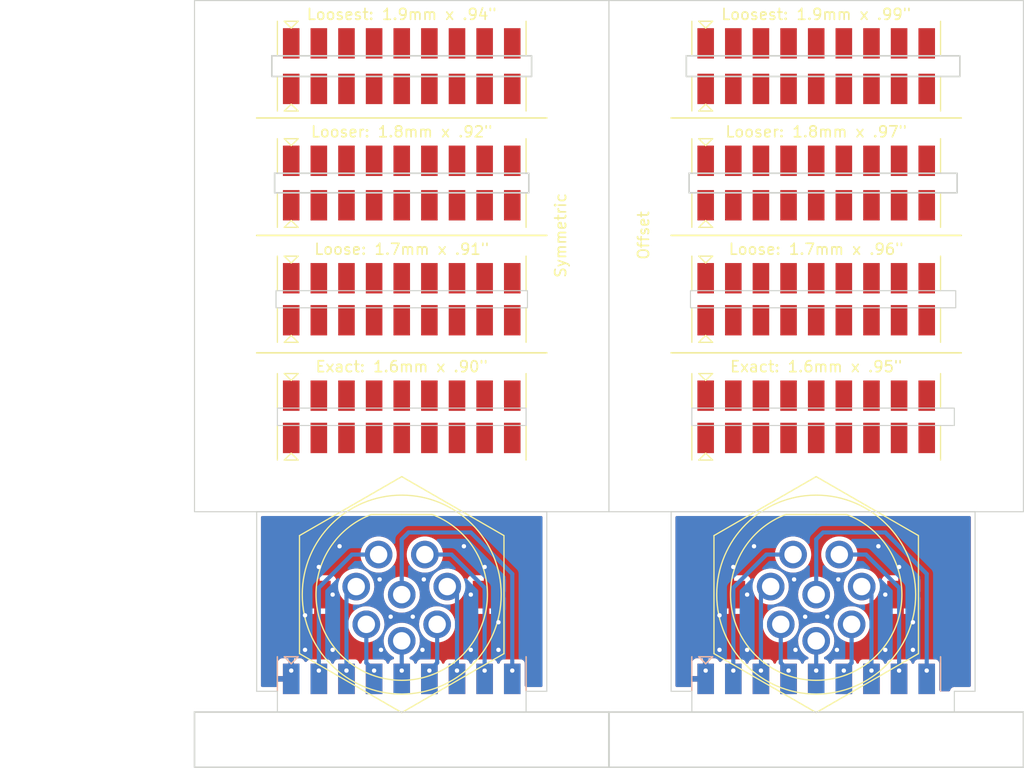
<source format=kicad_pcb>
(kicad_pcb (version 20221018) (generator pcbnew)
  (layers (0 "F.Cu" signal) (31 "B.Cu" signal) (34 "B.Paste" user) (35 "F.Paste" user) (36 "B.SilkS" user "B.Silkscreen") (37 "F.SilkS" user "F.Silkscreen") (38 "B.Mask" user) (39 "F.Mask" user) (44 "Edge.Cuts" user))
  (net 0 "")
  (net 1 "Net-(J1-Pad1)")
  (net 2 "Net-(J1-Pad2)")
  (net 3 "Net-(J1-Pad3)")
  (net 4 "Net-(J1-Pad4)")
  (net 5 "Net-(J1-Pad5)")
  (net 6 "Net-(J1-Pad6)")
  (net 7 "Net-(J1-Pad7)")
  (net 8 "Net-(J1-Pad8)")
  (net 81 "Net-(J1-PadMP)")
  (net 82 "Net-(J12-Pad1)")
  (net 83 "Net-(J12-Pad2)")
  (net 84 "Net-(J12-Pad3)")
  (net 85 "Net-(J12-Pad4)")
  (net 86 "Net-(J12-Pad5)")
  (net 87 "Net-(J12-Pad6)")
  (net 88 "Net-(J12-Pad7)")
  (net 89 "Net-(J12-Pad8)")
  (net 90 "Net-(J12-PadMP)")
  (footprint "Libraries:Conn_GX16-8_8pin_Aviation" (layer "F.Cu") (at 120.65 82.55)
    (fp_text reference "J1" hide)
    (fp_text value "GX16-8P" hide)
    (fp_line (start -9.398 5.42544) (end -9.398 -5.42544) (stroke (width 0.12)) (layer "F.SilkS"))
    (fp_line (start -9.398 5.42544) (end 0 10.8458) (stroke (width 0.12)) (layer "F.SilkS"))
    (fp_line (start 0 -10.8458) (end -9.398 -5.42544) (stroke (width 0.12)) (layer "F.SilkS"))
    (fp_line (start 0 -10.8458) (end 9.398 -5.42544) (stroke (width 0.12)) (layer "F.SilkS"))
    (fp_line (start 0 -7.366) (end -2.794 -7.366) (stroke (width 0.12)) (layer "F.SilkS"))
    (fp_line (start 0 -7.366) (end 2.794 -7.366) (stroke (width 0.12)) (layer "F.SilkS"))
    (fp_line (start 0 10.8458) (end 9.398 5.42544) (stroke (width 0.12)) (layer "F.SilkS"))
    (fp_line (start 9.398 5.42544) (end 9.398 -5.42544) (stroke (width 0.12)) (layer "F.SilkS"))
    (fp_arc (start -2.794 7.365999) (mid -7.878095 0) (end -2.794 -7.365999) (stroke (width 0.12)) (layer "F.SilkS"))
    (fp_arc (start 2.794 -7.365999) (mid 7.878095 0) (end 2.794 7.365999) (stroke (width 0.12)) (layer "F.SilkS"))
    (fp_arc (start 2.794 7.365998) (mid 0 7.878094) (end -2.794 7.365998) (stroke (width 0.12)) (layer "F.SilkS"))
    (fp_circle (center 0 0) (end 9.144 0) (stroke (width 0.12)) (fill none) (layer "F.SilkS"))
    (pad "1" thru_hole circle (at -2.125 -3.681) (size 2.54 2.54) (drill 1.6) (layers "*.Cu" "*.Mask") (net 1 "Net-(J1-Pad1)"))
    (pad "2" thru_hole circle (at -4.185 -0.738) (size 2.54 2.54) (drill 1.6) (layers "*.Cu" "*.Mask") (net 2 "Net-(J1-Pad2)"))
    (pad "3" thru_hole circle (at -3.256 2.732) (size 2.54 2.54) (drill 1.6) (layers "*.Cu" "*.Mask") (net 3 "Net-(J1-Pad3)"))
    (pad "4" thru_hole circle (at 0 4.25) (size 2.54 2.54) (drill 1.6) (layers "*.Cu" "*.Mask") (net 4 "Net-(J1-Pad4)"))
    (pad "5" thru_hole circle (at 3.256 2.732) (size 2.54 2.54) (drill 1.6) (layers "*.Cu" "*.Mask") (net 5 "Net-(J1-Pad5)"))
    (pad "6" thru_hole circle (at 4.185 -0.738) (size 2.54 2.54) (drill 1.6) (layers "*.Cu" "*.Mask") (net 6 "Net-(J1-Pad6)"))
    (pad "7" thru_hole circle (at 2.125 -3.681) (size 2.54 2.54) (drill 1.6) (layers "*.Cu" "*.Mask") (net 7 "Net-(J1-Pad7)"))
    (pad "8" thru_hole circle (at 0 0) (size 2.54 2.54) (drill 1.6) (layers "*.Cu" "*.Mask") (net 8 "Net-(J1-Pad8)"))
    (pad "MP" smd rect (at -7.8 0) (size 2.54 2.54) (layers "F.Cu" "F.Paste" "F.Mask") (net 81 "Net-(J1-PadMP)"))
    (pad "MP" smd rect (at 7.8 0) (size 2.54 2.54) (layers "F.Cu" "F.Paste" "F.Mask") (net 81 "Net-(J1-PadMP)"))
  )
  (footprint "Libraries:Conn_B2B-RA_2.54mm_9pin_LtoR" (layer "F.Cu") (at 158.75 43.815)
    (fp_text reference "J19" hide)
    (fp_text value "B2B" hide)
    (fp_line (start -11.43 0) (end -11.43 -3.175) (stroke (width 0.12)) (layer "F.SilkS"))
    (fp_line (start -10.795 -3.175) (end -10.16 -2.54) (stroke (width 0.12)) (layer "F.SilkS"))
    (fp_line (start -10.16 -2.54) (end -9.525 -3.175) (stroke (width 0.12)) (layer "F.SilkS"))
    (fp_line (start -9.525 -3.175) (end -10.795 -3.175) (stroke (width 0.12)) (layer "F.SilkS"))
    (fp_line (start 11.43 0) (end 11.43 -3.175) (stroke (width 0.12)) (layer "F.SilkS"))
    (pad "1" smd rect (at -10.16 -1.143) (size 1.524 2.794) (layers "F.Cu" "F.Paste" "F.Mask"))
    (pad "2" smd rect (at -7.62 -1.143) (size 1.524 2.794) (layers "F.Cu" "F.Paste" "F.Mask"))
    (pad "3" smd rect (at -5.08 -1.143) (size 1.524 2.794) (layers "F.Cu" "F.Paste" "F.Mask"))
    (pad "4" smd rect (at -2.54 -1.143) (size 1.524 2.794) (layers "F.Cu" "F.Paste" "F.Mask"))
    (pad "5" smd rect (at 0 -1.143) (size 1.524 2.794) (layers "F.Cu" "F.Paste" "F.Mask"))
    (pad "6" smd rect (at 2.54 -1.143) (size 1.524 2.794) (layers "F.Cu" "F.Paste" "F.Mask"))
    (pad "7" smd rect (at 5.08 -1.143) (size 1.524 2.794) (layers "F.Cu" "F.Paste" "F.Mask"))
    (pad "8" smd rect (at 7.62 -1.143) (size 1.524 2.794) (layers "F.Cu" "F.Paste" "F.Mask"))
    (pad "9" smd rect (at 10.16 -1.143) (size 1.524 2.794) (layers "F.Cu" "F.Paste" "F.Mask"))
  )
  (footprint "Libraries:Conn_B2B-RA_2.54mm_9pin_RtoL" (layer "F.Cu") (at 120.65 67.005 180)
    (fp_text reference "J5" hide)
    (fp_text value "B2B" hide)
    (fp_line (start -11.43 0) (end -11.43 -3.175) (stroke (width 0.12)) (layer "F.SilkS"))
    (fp_line (start 9.525 -3.175) (end 10.16 -2.54) (stroke (width 0.12)) (layer "F.SilkS"))
    (fp_line (start 10.16 -2.54) (end 10.795 -3.175) (stroke (width 0.12)) (layer "F.SilkS"))
    (fp_line (start 10.795 -3.175) (end 9.525 -3.175) (stroke (width 0.12)) (layer "F.SilkS"))
    (fp_line (start 11.43 0) (end 11.43 -3.175) (stroke (width 0.12)) (layer "F.SilkS"))
    (pad "1" smd rect (at 10.16 -1.143 180) (size 1.524 2.794) (layers "F.Cu" "F.Paste" "F.Mask"))
    (pad "2" smd rect (at 7.62 -1.143 180) (size 1.524 2.794) (layers "F.Cu" "F.Paste" "F.Mask"))
    (pad "3" smd rect (at 5.08 -1.143 180) (size 1.524 2.794) (layers "F.Cu" "F.Paste" "F.Mask"))
    (pad "4" smd rect (at 2.54 -1.143 180) (size 1.524 2.794) (layers "F.Cu" "F.Paste" "F.Mask"))
    (pad "5" smd rect (at 0 -1.143 180) (size 1.524 2.794) (layers "F.Cu" "F.Paste" "F.Mask"))
    (pad "6" smd rect (at -2.54 -1.143 180) (size 1.524 2.794) (layers "F.Cu" "F.Paste" "F.Mask"))
    (pad "7" smd rect (at -5.08 -1.143 180) (size 1.524 2.794) (layers "F.Cu" "F.Paste" "F.Mask"))
    (pad "8" smd rect (at -7.62 -1.143 180) (size 1.524 2.794) (layers "F.Cu" "F.Paste" "F.Mask"))
    (pad "9" smd rect (at -10.16 -1.143 180) (size 1.524 2.794) (layers "F.Cu" "F.Paste" "F.Mask"))
  )
  (footprint "Libraries:Conn_B2B-RA_2.54mm_9pin_RtoL" (layer "F.Cu") (at 120.65 56.183 180)
    (fp_text reference "J7" hide)
    (fp_text value "B2B" hide)
    (fp_line (start -11.43 0) (end -11.43 -3.175) (stroke (width 0.12)) (layer "F.SilkS"))
    (fp_line (start 9.525 -3.175) (end 10.16 -2.54) (stroke (width 0.12)) (layer "F.SilkS"))
    (fp_line (start 10.16 -2.54) (end 10.795 -3.175) (stroke (width 0.12)) (layer "F.SilkS"))
    (fp_line (start 10.795 -3.175) (end 9.525 -3.175) (stroke (width 0.12)) (layer "F.SilkS"))
    (fp_line (start 11.43 0) (end 11.43 -3.175) (stroke (width 0.12)) (layer "F.SilkS"))
    (pad "1" smd rect (at 10.16 -1.143 180) (size 1.524 2.794) (layers "F.Cu" "F.Paste" "F.Mask"))
    (pad "2" smd rect (at 7.62 -1.143 180) (size 1.524 2.794) (layers "F.Cu" "F.Paste" "F.Mask"))
    (pad "3" smd rect (at 5.08 -1.143 180) (size 1.524 2.794) (layers "F.Cu" "F.Paste" "F.Mask"))
    (pad "4" smd rect (at 2.54 -1.143 180) (size 1.524 2.794) (layers "F.Cu" "F.Paste" "F.Mask"))
    (pad "5" smd rect (at 0 -1.143 180) (size 1.524 2.794) (layers "F.Cu" "F.Paste" "F.Mask"))
    (pad "6" smd rect (at -2.54 -1.143 180) (size 1.524 2.794) (layers "F.Cu" "F.Paste" "F.Mask"))
    (pad "7" smd rect (at -5.08 -1.143 180) (size 1.524 2.794) (layers "F.Cu" "F.Paste" "F.Mask"))
    (pad "8" smd rect (at -7.62 -1.143 180) (size 1.524 2.794) (layers "F.Cu" "F.Paste" "F.Mask"))
    (pad "9" smd rect (at -10.16 -1.143 180) (size 1.524 2.794) (layers "F.Cu" "F.Paste" "F.Mask"))
  )
  (footprint "Libraries:Conn_B2B-RA_2.54mm_9pin_LtoR" (layer "F.Cu") (at 158.75 65.405)
    (fp_text reference "J15" hide)
    (fp_text value "B2B" hide)
    (fp_line (start -11.43 0) (end -11.43 -3.175) (stroke (width 0.12)) (layer "F.SilkS"))
    (fp_line (start -10.795 -3.175) (end -10.16 -2.54) (stroke (width 0.12)) (layer "F.SilkS"))
    (fp_line (start -10.16 -2.54) (end -9.525 -3.175) (stroke (width 0.12)) (layer "F.SilkS"))
    (fp_line (start -9.525 -3.175) (end -10.795 -3.175) (stroke (width 0.12)) (layer "F.SilkS"))
    (fp_line (start 11.43 0) (end 11.43 -3.175) (stroke (width 0.12)) (layer "F.SilkS"))
    (pad "1" smd rect (at -10.16 -1.143) (size 1.524 2.794) (layers "F.Cu" "F.Paste" "F.Mask"))
    (pad "2" smd rect (at -7.62 -1.143) (size 1.524 2.794) (layers "F.Cu" "F.Paste" "F.Mask"))
    (pad "3" smd rect (at -5.08 -1.143) (size 1.524 2.794) (layers "F.Cu" "F.Paste" "F.Mask"))
    (pad "4" smd rect (at -2.54 -1.143) (size 1.524 2.794) (layers "F.Cu" "F.Paste" "F.Mask"))
    (pad "5" smd rect (at 0 -1.143) (size 1.524 2.794) (layers "F.Cu" "F.Paste" "F.Mask"))
    (pad "6" smd rect (at 2.54 -1.143) (size 1.524 2.794) (layers "F.Cu" "F.Paste" "F.Mask"))
    (pad "7" smd rect (at 5.08 -1.143) (size 1.524 2.794) (layers "F.Cu" "F.Paste" "F.Mask"))
    (pad "8" smd rect (at 7.62 -1.143) (size 1.524 2.794) (layers "F.Cu" "F.Paste" "F.Mask"))
    (pad "9" smd rect (at 10.16 -1.143) (size 1.524 2.794) (layers "F.Cu" "F.Paste" "F.Mask"))
  )
  (footprint "Libraries:Conn_B2B-RA_2.54mm_9pin_LtoR" (layer "F.Cu") (at 158.75 33.02)
    (fp_text reference "J21" hide)
    (fp_text value "B2B" hide)
    (fp_line (start -11.43 0) (end -11.43 -3.175) (stroke (width 0.12)) (layer "F.SilkS"))
    (fp_line (start -10.795 -3.175) (end -10.16 -2.54) (stroke (width 0.12)) (layer "F.SilkS"))
    (fp_line (start -10.16 -2.54) (end -9.525 -3.175) (stroke (width 0.12)) (layer "F.SilkS"))
    (fp_line (start -9.525 -3.175) (end -10.795 -3.175) (stroke (width 0.12)) (layer "F.SilkS"))
    (fp_line (start 11.43 0) (end 11.43 -3.175) (stroke (width 0.12)) (layer "F.SilkS"))
    (pad "1" smd rect (at -10.16 -1.143) (size 1.524 2.794) (layers "F.Cu" "F.Paste" "F.Mask"))
    (pad "2" smd rect (at -7.62 -1.143) (size 1.524 2.794) (layers "F.Cu" "F.Paste" "F.Mask"))
    (pad "3" smd rect (at -5.08 -1.143) (size 1.524 2.794) (layers "F.Cu" "F.Paste" "F.Mask"))
    (pad "4" smd rect (at -2.54 -1.143) (size 1.524 2.794) (layers "F.Cu" "F.Paste" "F.Mask"))
    (pad "5" smd rect (at 0 -1.143) (size 1.524 2.794) (layers "F.Cu" "F.Paste" "F.Mask"))
    (pad "6" smd rect (at 2.54 -1.143) (size 1.524 2.794) (layers "F.Cu" "F.Paste" "F.Mask"))
    (pad "7" smd rect (at 5.08 -1.143) (size 1.524 2.794) (layers "F.Cu" "F.Paste" "F.Mask"))
    (pad "8" smd rect (at 7.62 -1.143) (size 1.524 2.794) (layers "F.Cu" "F.Paste" "F.Mask"))
    (pad "9" smd rect (at 10.16 -1.143) (size 1.524 2.794) (layers "F.Cu" "F.Paste" "F.Mask"))
  )
  (footprint "Libraries:Conn_B2B-RA_2.54mm_9pin_RtoL" (layer "F.Cu") (at 120.65 34.92 180)
    (fp_text reference "J11" hide)
    (fp_text value "B2B" hide)
    (fp_line (start -11.43 0) (end -11.43 -3.175) (stroke (width 0.12)) (layer "F.SilkS"))
    (fp_line (start 9.525 -3.175) (end 10.16 -2.54) (stroke (width 0.12)) (layer "F.SilkS"))
    (fp_line (start 10.16 -2.54) (end 10.795 -3.175) (stroke (width 0.12)) (layer "F.SilkS"))
    (fp_line (start 10.795 -3.175) (end 9.525 -3.175) (stroke (width 0.12)) (layer "F.SilkS"))
    (fp_line (start 11.43 0) (end 11.43 -3.175) (stroke (width 0.12)) (layer "F.SilkS"))
    (pad "1" smd rect (at 10.16 -1.143 180) (size 1.524 2.794) (layers "F.Cu" "F.Paste" "F.Mask"))
    (pad "2" smd rect (at 7.62 -1.143 180) (size 1.524 2.794) (layers "F.Cu" "F.Paste" "F.Mask"))
    (pad "3" smd rect (at 5.08 -1.143 180) (size 1.524 2.794) (layers "F.Cu" "F.Paste" "F.Mask"))
    (pad "4" smd rect (at 2.54 -1.143 180) (size 1.524 2.794) (layers "F.Cu" "F.Paste" "F.Mask"))
    (pad "5" smd rect (at 0 -1.143 180) (size 1.524 2.794) (layers "F.Cu" "F.Paste" "F.Mask"))
    (pad "6" smd rect (at -2.54 -1.143 180) (size 1.524 2.794) (layers "F.Cu" "F.Paste" "F.Mask"))
    (pad "7" smd rect (at -5.08 -1.143 180) (size 1.524 2.794) (layers "F.Cu" "F.Paste" "F.Mask"))
    (pad "8" smd rect (at -7.62 -1.143 180) (size 1.524 2.794) (layers "F.Cu" "F.Paste" "F.Mask"))
    (pad "9" smd rect (at -10.16 -1.143 180) (size 1.524 2.794) (layers "F.Cu" "F.Paste" "F.Mask"))
  )
  (footprint "Libraries:Conn_B2B-RA_2.54mm_9pin_LtoR" (layer "F.Cu") (at 120.65 91.44)
    (fp_text reference "J2" hide)
    (fp_text value "B2B" hide)
    (fp_line (start -11.43 0) (end -11.43 -3.175) (stroke (width 0.12)) (layer "F.SilkS"))
    (fp_line (start -10.795 -3.175) (end -10.16 -2.54) (stroke (width 0.12)) (layer "F.SilkS"))
    (fp_line (start -10.16 -2.54) (end -9.525 -3.175) (stroke (width 0.12)) (layer "F.SilkS"))
    (fp_line (start -9.525 -3.175) (end -10.795 -3.175) (stroke (width 0.12)) (layer "F.SilkS"))
    (fp_line (start 11.43 0) (end 11.43 -3.175) (stroke (width 0.12)) (layer "F.SilkS"))
    (pad "1" smd rect (at -10.16 -1.143) (size 1.524 2.794) (layers "F.Cu" "F.Paste" "F.Mask") (net 81 "Net-(J1-PadMP)"))
    (pad "2" smd rect (at -7.62 -1.143) (size 1.524 2.794) (layers "F.Cu" "F.Paste" "F.Mask") (net 1 "Net-(J1-Pad1)"))
    (pad "3" smd rect (at -5.08 -1.143) (size 1.524 2.794) (layers "F.Cu" "F.Paste" "F.Mask") (net 2 "Net-(J1-Pad2)"))
    (pad "4" smd rect (at -2.54 -1.143) (size 1.524 2.794) (layers "F.Cu" "F.Paste" "F.Mask") (net 3 "Net-(J1-Pad3)"))
    (pad "5" smd rect (at 0 -1.143) (size 1.524 2.794) (layers "F.Cu" "F.Paste" "F.Mask") (net 4 "Net-(J1-Pad4)"))
    (pad "6" smd rect (at 2.54 -1.143) (size 1.524 2.794) (layers "F.Cu" "F.Paste" "F.Mask") (net 5 "Net-(J1-Pad5)"))
    (pad "7" smd rect (at 5.08 -1.143) (size 1.524 2.794) (layers "F.Cu" "F.Paste" "F.Mask") (net 6 "Net-(J1-Pad6)"))
    (pad "8" smd rect (at 7.62 -1.143) (size 1.524 2.794) (layers "F.Cu" "F.Paste" "F.Mask") (net 7 "Net-(J1-Pad7)"))
    (pad "9" smd rect (at 10.16 -1.143) (size 1.524 2.794) (layers "F.Cu" "F.Paste" "F.Mask") (net 8 "Net-(J1-Pad8)"))
  )
  (footprint "Libraries:Conn_B2B-RA_2.54mm_9pin_LtoR" (layer "F.Cu") (at 158.75 91.44)
    (fp_text reference "J13" hide)
    (fp_text value "B2B" hide)
    (fp_line (start -11.43 0) (end -11.43 -3.175) (stroke (width 0.12)) (layer "F.SilkS"))
    (fp_line (start -10.795 -3.175) (end -10.16 -2.54) (stroke (width 0.12)) (layer "F.SilkS"))
    (fp_line (start -10.16 -2.54) (end -9.525 -3.175) (stroke (width 0.12)) (layer "F.SilkS"))
    (fp_line (start -9.525 -3.175) (end -10.795 -3.175) (stroke (width 0.12)) (layer "F.SilkS"))
    (fp_line (start 11.43 0) (end 11.43 -3.175) (stroke (width 0.12)) (layer "F.SilkS"))
    (pad "1" smd rect (at -10.16 -1.143) (size 1.524 2.794) (layers "F.Cu" "F.Paste" "F.Mask") (net 90 "Net-(J12-PadMP)"))
    (pad "2" smd rect (at -7.62 -1.143) (size 1.524 2.794) (layers "F.Cu" "F.Paste" "F.Mask") (net 82 "Net-(J12-Pad1)"))
    (pad "3" smd rect (at -5.08 -1.143) (size 1.524 2.794) (layers "F.Cu" "F.Paste" "F.Mask") (net 83 "Net-(J12-Pad2)"))
    (pad "4" smd rect (at -2.54 -1.143) (size 1.524 2.794) (layers "F.Cu" "F.Paste" "F.Mask") (net 84 "Net-(J12-Pad3)"))
    (pad "5" smd rect (at 0 -1.143) (size 1.524 2.794) (layers "F.Cu" "F.Paste" "F.Mask") (net 85 "Net-(J12-Pad4)"))
    (pad "6" smd rect (at 2.54 -1.143) (size 1.524 2.794) (layers "F.Cu" "F.Paste" "F.Mask") (net 86 "Net-(J12-Pad5)"))
    (pad "7" smd rect (at 5.08 -1.143) (size 1.524 2.794) (layers "F.Cu" "F.Paste" "F.Mask") (net 87 "Net-(J12-Pad6)"))
    (pad "8" smd rect (at 7.62 -1.143) (size 1.524 2.794) (layers "F.Cu" "F.Paste" "F.Mask") (net 88 "Net-(J12-Pad7)"))
    (pad "9" smd rect (at 10.16 -1.143) (size 1.524 2.794) (layers "F.Cu" "F.Paste" "F.Mask") (net 89 "Net-(J12-Pad8)"))
  )
  (footprint "Libraries:Conn_B2B-RA_2.54mm_9pin_RtoL" (layer "F.Cu") (at 158.75 45.615 180)
    (fp_text reference "J20" hide)
    (fp_text value "B2B" hide)
    (fp_line (start -11.43 0) (end -11.43 -3.175) (stroke (width 0.12)) (layer "F.SilkS"))
    (fp_line (start 9.525 -3.175) (end 10.16 -2.54) (stroke (width 0.12)) (layer "F.SilkS"))
    (fp_line (start 10.16 -2.54) (end 10.795 -3.175) (stroke (width 0.12)) (layer "F.SilkS"))
    (fp_line (start 10.795 -3.175) (end 9.525 -3.175) (stroke (width 0.12)) (layer "F.SilkS"))
    (fp_line (start 11.43 0) (end 11.43 -3.175) (stroke (width 0.12)) (layer "F.SilkS"))
    (pad "1" smd rect (at 10.16 -1.143 180) (size 1.524 2.794) (layers "F.Cu" "F.Paste" "F.Mask"))
    (pad "2" smd rect (at 7.62 -1.143 180) (size 1.524 2.794) (layers "F.Cu" "F.Paste" "F.Mask"))
    (pad "3" smd rect (at 5.08 -1.143 180) (size 1.524 2.794) (layers "F.Cu" "F.Paste" "F.Mask"))
    (pad "4" smd rect (at 2.54 -1.143 180) (size 1.524 2.794) (layers "F.Cu" "F.Paste" "F.Mask"))
    (pad "5" smd rect (at 0 -1.143 180) (size 1.524 2.794) (layers "F.Cu" "F.Paste" "F.Mask"))
    (pad "6" smd rect (at -2.54 -1.143 180) (size 1.524 2.794) (layers "F.Cu" "F.Paste" "F.Mask"))
    (pad "7" smd rect (at -5.08 -1.143 180) (size 1.524 2.794) (layers "F.Cu" "F.Paste" "F.Mask"))
    (pad "8" smd rect (at -7.62 -1.143 180) (size 1.524 2.794) (layers "F.Cu" "F.Paste" "F.Mask"))
    (pad "9" smd rect (at -10.16 -1.143 180) (size 1.524 2.794) (layers "F.Cu" "F.Paste" "F.Mask"))
  )
  (footprint "Libraries:Conn_B2B-RA_2.54mm_9pin_LtoR" (layer "F.Cu") (at 158.75 54.61)
    (fp_text reference "J17" hide)
    (fp_text value "B2B" hide)
    (fp_line (start -11.43 0) (end -11.43 -3.175) (stroke (width 0.12)) (layer "F.SilkS"))
    (fp_line (start -10.795 -3.175) (end -10.16 -2.54) (stroke (width 0.12)) (layer "F.SilkS"))
    (fp_line (start -10.16 -2.54) (end -9.525 -3.175) (stroke (width 0.12)) (layer "F.SilkS"))
    (fp_line (start -9.525 -3.175) (end -10.795 -3.175) (stroke (width 0.12)) (layer "F.SilkS"))
    (fp_line (start 11.43 0) (end 11.43 -3.175) (stroke (width 0.12)) (layer "F.SilkS"))
    (pad "1" smd rect (at -10.16 -1.143) (size 1.524 2.794) (layers "F.Cu" "F.Paste" "F.Mask"))
    (pad "2" smd rect (at -7.62 -1.143) (size 1.524 2.794) (layers "F.Cu" "F.Paste" "F.Mask"))
    (pad "3" smd rect (at -5.08 -1.143) (size 1.524 2.794) (layers "F.Cu" "F.Paste" "F.Mask"))
    (pad "4" smd rect (at -2.54 -1.143) (size 1.524 2.794) (layers "F.Cu" "F.Paste" "F.Mask"))
    (pad "5" smd rect (at 0 -1.143) (size 1.524 2.794) (layers "F.Cu" "F.Paste" "F.Mask"))
    (pad "6" smd rect (at 2.54 -1.143) (size 1.524 2.794) (layers "F.Cu" "F.Paste" "F.Mask"))
    (pad "7" smd rect (at 5.08 -1.143) (size 1.524 2.794) (layers "F.Cu" "F.Paste" "F.Mask"))
    (pad "8" smd rect (at 7.62 -1.143) (size 1.524 2.794) (layers "F.Cu" "F.Paste" "F.Mask"))
    (pad "9" smd rect (at 10.16 -1.143) (size 1.524 2.794) (layers "F.Cu" "F.Paste" "F.Mask"))
  )
  (footprint "Libraries:Conn_GX16-8_8pin_Aviation" (layer "F.Cu") (at 158.75 82.55)
    (fp_text reference "J12" hide)
    (fp_text value "GX16-8P" hide)
    (fp_line (start -9.398 5.42544) (end -9.398 -5.42544) (stroke (width 0.12)) (layer "F.SilkS"))
    (fp_line (start -9.398 5.42544) (end 0 10.8458) (stroke (width 0.12)) (layer "F.SilkS"))
    (fp_line (start 0 -10.8458) (end -9.398 -5.42544) (stroke (width 0.12)) (layer "F.SilkS"))
    (fp_line (start 0 -10.8458) (end 9.398 -5.42544) (stroke (width 0.12)) (layer "F.SilkS"))
    (fp_line (start 0 -7.366) (end -2.794 -7.366) (stroke (width 0.12)) (layer "F.SilkS"))
    (fp_line (start 0 -7.366) (end 2.794 -7.366) (stroke (width 0.12)) (layer "F.SilkS"))
    (fp_line (start 0 10.8458) (end 9.398 5.42544) (stroke (width 0.12)) (layer "F.SilkS"))
    (fp_line (start 9.398 5.42544) (end 9.398 -5.42544) (stroke (width 0.12)) (layer "F.SilkS"))
    (fp_arc (start -2.794 7.365999) (mid -7.878095 0) (end -2.794 -7.365999) (stroke (width 0.12)) (layer "F.SilkS"))
    (fp_arc (start 2.794 -7.365999) (mid 7.878095 0) (end 2.794 7.365999) (stroke (width 0.12)) (layer "F.SilkS"))
    (fp_arc (start 2.794 7.365998) (mid 0 7.878094) (end -2.794 7.365998) (stroke (width 0.12)) (layer "F.SilkS"))
    (fp_circle (center 0 0) (end 9.144 0) (stroke (width 0.12)) (fill none) (layer "F.SilkS"))
    (pad "1" thru_hole circle (at -2.125 -3.681) (size 2.54 2.54) (drill 1.6) (layers "F&B.Cu" "*.Mask") (net 82 "Net-(J12-Pad1)"))
    (pad "2" thru_hole circle (at -4.185 -0.738) (size 2.54 2.54) (drill 1.6) (layers "F&B.Cu" "*.Mask") (net 83 "Net-(J12-Pad2)"))
    (pad "3" thru_hole circle (at -3.256 2.732) (size 2.54 2.54) (drill 1.6) (layers "F&B.Cu" "*.Mask") (net 84 "Net-(J12-Pad3)"))
    (pad "4" thru_hole circle (at 0 4.25) (size 2.54 2.54) (drill 1.6) (layers "F&B.Cu" "*.Mask") (net 85 "Net-(J12-Pad4)"))
    (pad "5" thru_hole circle (at 3.256 2.732) (size 2.54 2.54) (drill 1.6) (layers "F&B.Cu" "*.Mask") (net 86 "Net-(J12-Pad5)"))
    (pad "6" thru_hole circle (at 4.185 -0.738) (size 2.54 2.54) (drill 1.6) (layers "F&B.Cu" "*.Mask") (net 87 "Net-(J12-Pad6)"))
    (pad "7" thru_hole circle (at 2.125 -3.681) (size 2.54 2.54) (drill 1.6) (layers "F&B.Cu" "*.Mask") (net 88 "Net-(J12-Pad7)"))
    (pad "8" thru_hole circle (at 0 0) (size 2.54 2.54) (drill 1.6) (layers "F&B.Cu" "*.Mask") (net 89 "Net-(J12-Pad8)"))
    (pad "MP" smd rect (at -7.8 0) (size 2.54 2.54) (layers "F.Cu" "F.Paste" "F.Mask") (net 90 "Net-(J12-PadMP)"))
    (pad "MP" smd rect (at 7.8 0) (size 2.54 2.54) (layers "F.Cu" "F.Paste" "F.Mask") (net 90 "Net-(J12-PadMP)"))
  )
  (footprint "Libraries:Conn_B2B-RA_2.54mm_9pin_RtoL" (layer "F.Cu") (at 158.75 56.183 180)
    (fp_text reference "J18" hide)
    (fp_text value "B2B" hide)
    (fp_line (start -11.43 0) (end -11.43 -3.175) (stroke (width 0.12)) (layer "F.SilkS"))
    (fp_line (start 9.525 -3.175) (end 10.16 -2.54) (stroke (width 0.12)) (layer "F.SilkS"))
    (fp_line (start 10.16 -2.54) (end 10.795 -3.175) (stroke (width 0.12)) (layer "F.SilkS"))
    (fp_line (start 10.795 -3.175) (end 9.525 -3.175) (stroke (width 0.12)) (layer "F.SilkS"))
    (fp_line (start 11.43 0) (end 11.43 -3.175) (stroke (width 0.12)) (layer "F.SilkS"))
    (pad "1" smd rect (at 10.16 -1.143 180) (size 1.524 2.794) (layers "F.Cu" "F.Paste" "F.Mask"))
    (pad "2" smd rect (at 7.62 -1.143 180) (size 1.524 2.794) (layers "F.Cu" "F.Paste" "F.Mask"))
    (pad "3" smd rect (at 5.08 -1.143 180) (size 1.524 2.794) (layers "F.Cu" "F.Paste" "F.Mask"))
    (pad "4" smd rect (at 2.54 -1.143 180) (size 1.524 2.794) (layers "F.Cu" "F.Paste" "F.Mask"))
    (pad "5" smd rect (at 0 -1.143 180) (size 1.524 2.794) (layers "F.Cu" "F.Paste" "F.Mask"))
    (pad "6" smd rect (at -2.54 -1.143 180) (size 1.524 2.794) (layers "F.Cu" "F.Paste" "F.Mask"))
    (pad "7" smd rect (at -5.08 -1.143 180) (size 1.524 2.794) (layers "F.Cu" "F.Paste" "F.Mask"))
    (pad "8" smd rect (at -7.62 -1.143 180) (size 1.524 2.794) (layers "F.Cu" "F.Paste" "F.Mask"))
    (pad "9" smd rect (at -10.16 -1.143 180) (size 1.524 2.794) (layers "F.Cu" "F.Paste" "F.Mask"))
  )
  (footprint "Libraries:Conn_B2B-RA_2.54mm_9pin_LtoR" (layer "F.Cu") (at 120.65 43.815)
    (fp_text reference "J8" hide)
    (fp_text value "B2B" hide)
    (fp_line (start -11.43 0) (end -11.43 -3.175) (stroke (width 0.12)) (layer "F.SilkS"))
    (fp_line (start -10.795 -3.175) (end -10.16 -2.54) (stroke (width 0.12)) (layer "F.SilkS"))
    (fp_line (start -10.16 -2.54) (end -9.525 -3.175) (stroke (width 0.12)) (layer "F.SilkS"))
    (fp_line (start -9.525 -3.175) (end -10.795 -3.175) (stroke (width 0.12)) (layer "F.SilkS"))
    (fp_line (start 11.43 0) (end 11.43 -3.175) (stroke (width 0.12)) (layer "F.SilkS"))
    (pad "1" smd rect (at -10.16 -1.143) (size 1.524 2.794) (layers "F.Cu" "F.Paste" "F.Mask"))
    (pad "2" smd rect (at -7.62 -1.143) (size 1.524 2.794) (layers "F.Cu" "F.Paste" "F.Mask"))
    (pad "3" smd rect (at -5.08 -1.143) (size 1.524 2.794) (layers "F.Cu" "F.Paste" "F.Mask"))
    (pad "4" smd rect (at -2.54 -1.143) (size 1.524 2.794) (layers "F.Cu" "F.Paste" "F.Mask"))
    (pad "5" smd rect (at 0 -1.143) (size 1.524 2.794) (layers "F.Cu" "F.Paste" "F.Mask"))
    (pad "6" smd rect (at 2.54 -1.143) (size 1.524 2.794) (layers "F.Cu" "F.Paste" "F.Mask"))
    (pad "7" smd rect (at 5.08 -1.143) (size 1.524 2.794) (layers "F.Cu" "F.Paste" "F.Mask"))
    (pad "8" smd rect (at 7.62 -1.143) (size 1.524 2.794) (layers "F.Cu" "F.Paste" "F.Mask"))
    (pad "9" smd rect (at 10.16 -1.143) (size 1.524 2.794) (layers "F.Cu" "F.Paste" "F.Mask"))
  )
  (footprint "Libraries:Conn_B2B-RA_2.54mm_9pin_RtoL" (layer "F.Cu") (at 158.75 34.92 180)
    (fp_text reference "J22" hide)
    (fp_text value "B2B" hide)
    (fp_line (start -11.43 0) (end -11.43 -3.175) (stroke (width 0.12)) (layer "F.SilkS"))
    (fp_line (start 9.525 -3.175) (end 10.16 -2.54) (stroke (width 0.12)) (layer "F.SilkS"))
    (fp_line (start 10.16 -2.54) (end 10.795 -3.175) (stroke (width 0.12)) (layer "F.SilkS"))
    (fp_line (start 10.795 -3.175) (end 9.525 -3.175) (stroke (width 0.12)) (layer "F.SilkS"))
    (fp_line (start 11.43 0) (end 11.43 -3.175) (stroke (width 0.12)) (layer "F.SilkS"))
    (pad "1" smd rect (at 10.16 -1.143 180) (size 1.524 2.794) (layers "F.Cu" "F.Paste" "F.Mask"))
    (pad "2" smd rect (at 7.62 -1.143 180) (size 1.524 2.794) (layers "F.Cu" "F.Paste" "F.Mask"))
    (pad "3" smd rect (at 5.08 -1.143 180) (size 1.524 2.794) (layers "F.Cu" "F.Paste" "F.Mask"))
    (pad "4" smd rect (at 2.54 -1.143 180) (size 1.524 2.794) (layers "F.Cu" "F.Paste" "F.Mask"))
    (pad "5" smd rect (at 0 -1.143 180) (size 1.524 2.794) (layers "F.Cu" "F.Paste" "F.Mask"))
    (pad "6" smd rect (at -2.54 -1.143 180) (size 1.524 2.794) (layers "F.Cu" "F.Paste" "F.Mask"))
    (pad "7" smd rect (at -5.08 -1.143 180) (size 1.524 2.794) (layers "F.Cu" "F.Paste" "F.Mask"))
    (pad "8" smd rect (at -7.62 -1.143 180) (size 1.524 2.794) (layers "F.Cu" "F.Paste" "F.Mask"))
    (pad "9" smd rect (at -10.16 -1.143 180) (size 1.524 2.794) (layers "F.Cu" "F.Paste" "F.Mask"))
  )
  (footprint "Libraries:Conn_B2B-RA_2.54mm_9pin_LtoR" (layer "F.Cu") (at 120.65 65.405)
    (fp_text reference "J4" hide)
    (fp_text value "B2B" hide)
    (fp_line (start -11.43 0) (end -11.43 -3.175) (stroke (width 0.12)) (layer "F.SilkS"))
    (fp_line (start -10.795 -3.175) (end -10.16 -2.54) (stroke (width 0.12)) (layer "F.SilkS"))
    (fp_line (start -10.16 -2.54) (end -9.525 -3.175) (stroke (width 0.12)) (layer "F.SilkS"))
    (fp_line (start -9.525 -3.175) (end -10.795 -3.175) (stroke (width 0.12)) (layer "F.SilkS"))
    (fp_line (start 11.43 0) (end 11.43 -3.175) (stroke (width 0.12)) (layer "F.SilkS"))
    (pad "1" smd rect (at -10.16 -1.143) (size 1.524 2.794) (layers "F.Cu" "F.Paste" "F.Mask"))
    (pad "2" smd rect (at -7.62 -1.143) (size 1.524 2.794) (layers "F.Cu" "F.Paste" "F.Mask"))
    (pad "3" smd rect (at -5.08 -1.143) (size 1.524 2.794) (layers "F.Cu" "F.Paste" "F.Mask"))
    (pad "4" smd rect (at -2.54 -1.143) (size 1.524 2.794) (layers "F.Cu" "F.Paste" "F.Mask"))
    (pad "5" smd rect (at 0 -1.143) (size 1.524 2.794) (layers "F.Cu" "F.Paste" "F.Mask"))
    (pad "6" smd rect (at 2.54 -1.143) (size 1.524 2.794) (layers "F.Cu" "F.Paste" "F.Mask"))
    (pad "7" smd rect (at 5.08 -1.143) (size 1.524 2.794) (layers "F.Cu" "F.Paste" "F.Mask"))
    (pad "8" smd rect (at 7.62 -1.143) (size 1.524 2.794) (layers "F.Cu" "F.Paste" "F.Mask"))
    (pad "9" smd rect (at 10.16 -1.143) (size 1.524 2.794) (layers "F.Cu" "F.Paste" "F.Mask"))
  )
  (footprint "Libraries:Conn_B2B-RA_2.54mm_9pin_RtoL" (layer "F.Cu") (at 120.65 45.615 180)
    (fp_text reference "J9" hide)
    (fp_text value "B2B" hide)
    (fp_line (start -11.43 0) (end -11.43 -3.175) (stroke (width 0.12)) (layer "F.SilkS"))
    (fp_line (start 9.525 -3.175) (end 10.16 -2.54) (stroke (width 0.12)) (layer "F.SilkS"))
    (fp_line (start 10.16 -2.54) (end 10.795 -3.175) (stroke (width 0.12)) (layer "F.SilkS"))
    (fp_line (start 10.795 -3.175) (end 9.525 -3.175) (stroke (width 0.12)) (layer "F.SilkS"))
    (fp_line (start 11.43 0) (end 11.43 -3.175) (stroke (width 0.12)) (layer "F.SilkS"))
    (pad "1" smd rect (at 10.16 -1.143 180) (size 1.524 2.794) (layers "F.Cu" "F.Paste" "F.Mask"))
    (pad "2" smd rect (at 7.62 -1.143 180) (size 1.524 2.794) (layers "F.Cu" "F.Paste" "F.Mask"))
    (pad "3" smd rect (at 5.08 -1.143 180) (size 1.524 2.794) (layers "F.Cu" "F.Paste" "F.Mask"))
    (pad "4" smd rect (at 2.54 -1.143 180) (size 1.524 2.794) (layers "F.Cu" "F.Paste" "F.Mask"))
    (pad "5" smd rect (at 0 -1.143 180) (size 1.524 2.794) (layers "F.Cu" "F.Paste" "F.Mask"))
    (pad "6" smd rect (at -2.54 -1.143 180) (size 1.524 2.794) (layers "F.Cu" "F.Paste" "F.Mask"))
    (pad "7" smd rect (at -5.08 -1.143 180) (size 1.524 2.794) (layers "F.Cu" "F.Paste" "F.Mask"))
    (pad "8" smd rect (at -7.62 -1.143 180) (size 1.524 2.794) (layers "F.Cu" "F.Paste" "F.Mask"))
    (pad "9" smd rect (at -10.16 -1.143 180) (size 1.524 2.794) (layers "F.Cu" "F.Paste" "F.Mask"))
  )
  (footprint "Libraries:Conn_B2B-RA_2.54mm_9pin_LtoR" (layer "F.Cu") (at 120.65 33.02)
    (fp_text reference "J10" hide)
    (fp_text value "B2B" hide)
    (fp_line (start -11.43 0) (end -11.43 -3.175) (stroke (width 0.12)) (layer "F.SilkS"))
    (fp_line (start -10.795 -3.175) (end -10.16 -2.54) (stroke (width 0.12)) (layer "F.SilkS"))
    (fp_line (start -10.16 -2.54) (end -9.525 -3.175) (stroke (width 0.12)) (layer "F.SilkS"))
    (fp_line (start -9.525 -3.175) (end -10.795 -3.175) (stroke (width 0.12)) (layer "F.SilkS"))
    (fp_line (start 11.43 0) (end 11.43 -3.175) (stroke (width 0.12)) (layer "F.SilkS"))
    (pad "1" smd rect (at -10.16 -1.143) (size 1.524 2.794) (layers "F.Cu" "F.Paste" "F.Mask"))
    (pad "2" smd rect (at -7.62 -1.143) (size 1.524 2.794) (layers "F.Cu" "F.Paste" "F.Mask"))
    (pad "3" smd rect (at -5.08 -1.143) (size 1.524 2.794) (layers "F.Cu" "F.Paste" "F.Mask"))
    (pad "4" smd rect (at -2.54 -1.143) (size 1.524 2.794) (layers "F.Cu" "F.Paste" "F.Mask"))
    (pad "5" smd rect (at 0 -1.143) (size 1.524 2.794) (layers "F.Cu" "F.Paste" "F.Mask"))
    (pad "6" smd rect (at 2.54 -1.143) (size 1.524 2.794) (layers "F.Cu" "F.Paste" "F.Mask"))
    (pad "7" smd rect (at 5.08 -1.143) (size 1.524 2.794) (layers "F.Cu" "F.Paste" "F.Mask"))
    (pad "8" smd rect (at 7.62 -1.143) (size 1.524 2.794) (layers "F.Cu" "F.Paste" "F.Mask"))
    (pad "9" smd rect (at 10.16 -1.143) (size 1.524 2.794) (layers "F.Cu" "F.Paste" "F.Mask"))
  )
  (footprint "Libraries:Conn_B2B-RA_2.54mm_9pin_LtoR" (layer "F.Cu") (at 120.65 54.61)
    (fp_text reference "J6" hide)
    (fp_text value "B2B" hide)
    (fp_line (start -11.43 0) (end -11.43 -3.175) (stroke (width 0.12)) (layer "F.SilkS"))
    (fp_line (start -10.795 -3.175) (end -10.16 -2.54) (stroke (width 0.12)) (layer "F.SilkS"))
    (fp_line (start -10.16 -2.54) (end -9.525 -3.175) (stroke (width 0.12)) (layer "F.SilkS"))
    (fp_line (start -9.525 -3.175) (end -10.795 -3.175) (stroke (width 0.12)) (layer "F.SilkS"))
    (fp_line (start 11.43 0) (end 11.43 -3.175) (stroke (width 0.12)) (layer "F.SilkS"))
    (pad "1" smd rect (at -10.16 -1.143) (size 1.524 2.794) (layers "F.Cu" "F.Paste" "F.Mask"))
    (pad "2" smd rect (at -7.62 -1.143) (size 1.524 2.794) (layers "F.Cu" "F.Paste" "F.Mask"))
    (pad "3" smd rect (at -5.08 -1.143) (size 1.524 2.794) (layers "F.Cu" "F.Paste" "F.Mask"))
    (pad "4" smd rect (at -2.54 -1.143) (size 1.524 2.794) (layers "F.Cu" "F.Paste" "F.Mask"))
    (pad "5" smd rect (at 0 -1.143) (size 1.524 2.794) (layers "F.Cu" "F.Paste" "F.Mask"))
    (pad "6" smd rect (at 2.54 -1.143) (size 1.524 2.794) (layers "F.Cu" "F.Paste" "F.Mask"))
    (pad "7" smd rect (at 5.08 -1.143) (size 1.524 2.794) (layers "F.Cu" "F.Paste" "F.Mask"))
    (pad "8" smd rect (at 7.62 -1.143) (size 1.524 2.794) (layers "F.Cu" "F.Paste" "F.Mask"))
    (pad "9" smd rect (at 10.16 -1.143) (size 1.524 2.794) (layers "F.Cu" "F.Paste" "F.Mask"))
  )
  (footprint "Libraries:Conn_B2B-RA_2.54mm_9pin_RtoL" (layer "F.Cu") (at 158.75 67.005 180)
    (fp_text reference "J16" hide)
    (fp_text value "B2B" hide)
    (fp_line (start -11.43 0) (end -11.43 -3.175) (stroke (width 0.12)) (layer "F.SilkS"))
    (fp_line (start 9.525 -3.175) (end 10.16 -2.54) (stroke (width 0.12)) (layer "F.SilkS"))
    (fp_line (start 10.16 -2.54) (end 10.795 -3.175) (stroke (width 0.12)) (layer "F.SilkS"))
    (fp_line (start 10.795 -3.175) (end 9.525 -3.175) (stroke (width 0.12)) (layer "F.SilkS"))
    (fp_line (start 11.43 0) (end 11.43 -3.175) (stroke (width 0.12)) (layer "F.SilkS"))
    (pad "1" smd rect (at 10.16 -1.143 180) (size 1.524 2.794) (layers "F.Cu" "F.Paste" "F.Mask"))
    (pad "2" smd rect (at 7.62 -1.143 180) (size 1.524 2.794) (layers "F.Cu" "F.Paste" "F.Mask"))
    (pad "3" smd rect (at 5.08 -1.143 180) (size 1.524 2.794) (layers "F.Cu" "F.Paste" "F.Mask"))
    (pad "4" smd rect (at 2.54 -1.143 180) (size 1.524 2.794) (layers "F.Cu" "F.Paste" "F.Mask"))
    (pad "5" smd rect (at 0 -1.143 180) (size 1.524 2.794) (layers "F.Cu" "F.Paste" "F.Mask"))
    (pad "6" smd rect (at -2.54 -1.143 180) (size 1.524 2.794) (layers "F.Cu" "F.Paste" "F.Mask"))
    (pad "7" smd rect (at -5.08 -1.143 180) (size 1.524 2.794) (layers "F.Cu" "F.Paste" "F.Mask"))
    (pad "8" smd rect (at -7.62 -1.143 180) (size 1.524 2.794) (layers "F.Cu" "F.Paste" "F.Mask"))
    (pad "9" smd rect (at -10.16 -1.143 180) (size 1.524 2.794) (layers "F.Cu" "F.Paste" "F.Mask"))
  )
  (footprint "Libraries:Conn_B2B-RA_2.54mm_9pin_RtoL" (layer "B.Cu") (at 120.65 91.44 180)
    (fp_text reference "J3" hide)
    (fp_text value "B2B" hide)
    (fp_line (start -11.43 0) (end -11.43 3.175) (stroke (width 0.12)) (layer "B.SilkS"))
    (fp_line (start 9.525 3.175) (end 10.16 2.54) (stroke (width 0.12)) (layer "B.SilkS"))
    (fp_line (start 10.16 2.54) (end 10.795 3.175) (stroke (width 0.12)) (layer "B.SilkS"))
    (fp_line (start 10.795 3.175) (end 9.525 3.175) (stroke (width 0.12)) (layer "B.SilkS"))
    (fp_line (start 11.43 0) (end 11.43 3.175) (stroke (width 0.12)) (layer "B.SilkS"))
    (pad "1" smd rect (at 10.16 1.143 180) (size 1.524 2.794) (layers "B.Cu" "B.Paste" "B.Mask") (net 81 "Net-(J1-PadMP)"))
    (pad "2" smd rect (at 7.62 1.143 180) (size 1.524 2.794) (layers "B.Cu" "B.Paste" "B.Mask") (net 1 "Net-(J1-Pad1)"))
    (pad "3" smd rect (at 5.08 1.143 180) (size 1.524 2.794) (layers "B.Cu" "B.Paste" "B.Mask") (net 2 "Net-(J1-Pad2)"))
    (pad "4" smd rect (at 2.54 1.143 180) (size 1.524 2.794) (layers "B.Cu" "B.Paste" "B.Mask") (net 3 "Net-(J1-Pad3)"))
    (pad "5" smd rect (at 0 1.143 180) (size 1.524 2.794) (layers "B.Cu" "B.Paste" "B.Mask") (net 4 "Net-(J1-Pad4)"))
    (pad "6" smd rect (at -2.54 1.143 180) (size 1.524 2.794) (layers "B.Cu" "B.Paste" "B.Mask") (net 5 "Net-(J1-Pad5)"))
    (pad "7" smd rect (at -5.08 1.143 180) (size 1.524 2.794) (layers "B.Cu" "B.Paste" "B.Mask") (net 6 "Net-(J1-Pad6)"))
    (pad "8" smd rect (at -7.62 1.143 180) (size 1.524 2.794) (layers "B.Cu" "B.Paste" "B.Mask") (net 7 "Net-(J1-Pad7)"))
    (pad "9" smd rect (at -10.16 1.143 180) (size 1.524 2.794) (layers "B.Cu" "B.Paste" "B.Mask") (net 8 "Net-(J1-Pad8)"))
  )
  (footprint "Libraries:Conn_B2B-RA_2.54mm_9pin_RtoL" (layer "B.Cu") (at 158.75 91.44 180)
    (fp_text reference "J14" hide)
    (fp_text value "B2B" hide)
    (fp_line (start -11.43 0) (end -11.43 3.175) (stroke (width 0.12)) (layer "B.SilkS"))
    (fp_line (start 9.525 3.175) (end 10.16 2.54) (stroke (width 0.12)) (layer "B.SilkS"))
    (fp_line (start 10.16 2.54) (end 10.795 3.175) (stroke (width 0.12)) (layer "B.SilkS"))
    (fp_line (start 10.795 3.175) (end 9.525 3.175) (stroke (width 0.12)) (layer "B.SilkS"))
    (fp_line (start 11.43 0) (end 11.43 3.175) (stroke (width 0.12)) (layer "B.SilkS"))
    (pad "1" smd rect (at 10.16 1.143 180) (size 1.524 2.794) (layers "B.Cu" "B.Paste" "B.Mask") (net 90 "Net-(J12-PadMP)"))
    (pad "2" smd rect (at 7.62 1.143 180) (size 1.524 2.794) (layers "B.Cu" "B.Paste" "B.Mask") (net 82 "Net-(J12-Pad1)"))
    (pad "3" smd rect (at 5.08 1.143 180) (size 1.524 2.794) (layers "B.Cu" "B.Paste" "B.Mask") (net 83 "Net-(J12-Pad2)"))
    (pad "4" smd rect (at 2.54 1.143 180) (size 1.524 2.794) (layers "B.Cu" "B.Paste" "B.Mask") (net 84 "Net-(J12-Pad3)"))
    (pad "5" smd rect (at 0 1.143 180) (size 1.524 2.794) (layers "B.Cu" "B.Paste" "B.Mask") (net 85 "Net-(J12-Pad4)"))
    (pad "6" smd rect (at -2.54 1.143 180) (size 1.524 2.794) (layers "B.Cu" "B.Paste" "B.Mask") (net 86 "Net-(J12-Pad5)"))
    (pad "7" smd rect (at -5.08 1.143 180) (size 1.524 2.794) (layers "B.Cu" "B.Paste" "B.Mask") (net 87 "Net-(J12-Pad6)"))
    (pad "8" smd rect (at -7.62 1.143 180) (size 1.524 2.794) (layers "B.Cu" "B.Paste" "B.Mask") (net 88 "Net-(J12-Pad7)"))
    (pad "9" smd rect (at -10.16 1.143 180) (size 1.524 2.794) (layers "B.Cu" "B.Paste" "B.Mask") (net 89 "Net-(J12-Pad8)"))
  )
  (gr_line (start 145.415 60.325) (end 172.085 60.325) (stroke (width 0.15)) (layer "F.SilkS"))
  (gr_line (start 107.315 49.53) (end 133.985 49.53) (stroke (width 0.15)) (layer "F.SilkS"))
  (gr_line (start 107.315 38.735) (end 133.985 38.735) (stroke (width 0.15)) (layer "F.SilkS"))
  (gr_line (start 107.315 60.325) (end 133.985 60.325) (stroke (width 0.15)) (layer "F.SilkS"))
  (gr_line (start 145.415 38.735) (end 172.085 38.735) (stroke (width 0.15)) (layer "F.SilkS"))
  (gr_line (start 145.415 49.53) (end 172.085 49.53) (stroke (width 0.15)) (layer "F.SilkS"))
  (gr_line (start 147.32 91.44) (end 147.32 93.345) (stroke (width 0.1)) (layer "Edge.Cuts"))
  (gr_line (start 109.22 93.345) (end 132.08 93.345) (stroke (width 0.1)) (layer "Edge.Cuts"))
  (gr_line (start 171.45 93.345) (end 171.45 91.44) (stroke (width 0.1)) (layer "Edge.Cuts"))
  (gr_line (start 145.415 91.44) (end 147.32 91.44) (stroke (width 0.1)) (layer "Edge.Cuts"))
  (gr_line (start 107.315 74.93) (end 107.315 91.44) (stroke (width 0.1)) (layer "Edge.Cuts"))
  (gr_line (start 109.22 91.44) (end 109.22 93.345) (stroke (width 0.1)) (layer "Edge.Cuts"))
  (gr_line (start 171.45 91.44) (end 173.355 91.44) (stroke (width 0.1)) (layer "Edge.Cuts"))
  (gr_rect (start 108.712 33.02) (end 132.588 34.92) (stroke (width 0.15)) (fill none) (layer "Edge.Cuts"))
  (gr_rect (start 146.812 33.02) (end 171.958 34.92) (stroke (width 0.15)) (fill none) (layer "Edge.Cuts"))
  (gr_line (start 147.32 93.345) (end 171.45 93.345) (stroke (width 0.1)) (layer "Edge.Cuts"))
  (gr_rect (start 139.7 93.345) (end 177.8 98.425) (stroke (width 0.15)) (fill none) (layer "Edge.Cuts"))
  (gr_line (start 133.985 91.44) (end 133.985 74.93) (stroke (width 0.1)) (layer "Edge.Cuts"))
  (gr_rect (start 147.193 54.61) (end 171.577 56.183) (stroke (width 0.1)) (fill none) (layer "Edge.Cuts"))
  (gr_line (start 132.08 91.44) (end 133.985 91.44) (stroke (width 0.1)) (layer "Edge.Cuts"))
  (gr_line (start 133.985 74.93) (end 107.315 74.93) (stroke (width 0.1)) (layer "Edge.Cuts"))
  (gr_rect (start 109.093 54.61) (end 132.207 56.183) (stroke (width 0.1)) (fill none) (layer "Edge.Cuts"))
  (gr_line (start 173.355 91.44) (end 173.355 74.93) (stroke (width 0.1)) (layer "Edge.Cuts"))
  (gr_rect (start 109.22 65.405) (end 132.08 67.005) (stroke (width 0.1)) (fill none) (layer "Edge.Cuts"))
  (gr_line (start 173.355 74.93) (end 145.415 74.93) (stroke (width 0.1)) (layer "Edge.Cuts"))
  (gr_rect (start 147.32 65.405) (end 171.45 67.005) (stroke (width 0.1)) (fill none) (layer "Edge.Cuts"))
  (gr_line (start 132.08 93.345) (end 132.08 91.44) (stroke (width 0.1)) (layer "Edge.Cuts"))
  (gr_line (start 107.315 91.44) (end 109.22 91.44) (stroke (width 0.1)) (layer "Edge.Cuts"))
  (gr_rect (start 101.6 93.345) (end 139.7 98.425) (stroke (width 0.15)) (fill none) (layer "Edge.Cuts"))
  (gr_line (start 145.415 74.93) (end 145.415 91.44) (stroke (width 0.1)) (layer "Edge.Cuts"))
  (gr_rect (start 101.6 27.94) (end 139.7 74.93) (stroke (width 0.1)) (fill none) (layer "Edge.Cuts"))
  (gr_rect (start 139.7 27.94) (end 177.8 74.93) (stroke (width 0.1)) (fill none) (layer "Edge.Cuts"))
  (gr_rect (start 147.066 43.815) (end 171.704 45.615) (stroke (width 0.15)) (fill none) (layer "Edge.Cuts"))
  (gr_rect (start 108.966 43.815) (end 132.334 45.615) (stroke (width 0.15)) (fill none) (layer "Edge.Cuts"))
  (gr_text "Offset" (at 142.875 49.53 90) (layer "F.SilkS") (effects (font (size 1 1))))
  (gr_text "Symmetric" (at 135.255 49.53 90) (layer "F.SilkS") (effects (font (size 1 1))))
  (gr_text "Looser: 1.8mm x .92{dblquote}" (at 120.65 40.005) (layer "F.SilkS") (effects (font (size 1 1))))
  (gr_text "Loose: 1.7mm x .96{dblquote}" (at 158.75 50.8) (layer "F.SilkS") (effects (font (size 1 1))))
  (gr_text "Loosest: 1.9mm x .99{dblquote}" (at 158.75 29.21) (layer "F.SilkS") (effects (font (size 1 1))))
  (gr_text "Exact: 1.6mm x .95{dblquote}" (at 158.75 61.595) (layer "F.SilkS") (effects (font (size 1 1))))
  (gr_text "Loosest: 1.9mm x .94{dblquote}" (at 120.65 29.21) (layer "F.SilkS") (effects (font (size 1 1))))
  (gr_text "Loose: 1.7mm x .91{dblquote}" (at 120.65 50.8) (layer "F.SilkS") (effects (font (size 1 1))))
  (gr_text "Looser: 1.8mm x .97{dblquote}" (at 158.75 40.005) (layer "F.SilkS") (effects (font (size 1 1))))
  (gr_text "Exact: 1.6mm x .90{dblquote}" (at 120.65 61.595) (layer "F.SilkS") (effects (font (size 1 1))))
  (via (at 113.03 89.535) (size 0.8) (drill 0.4) (layers "F.Cu" "B.Cu") (net 1))
  (segment (start 116.076 78.869) (end 113.03 81.915) (width 0.381) (layer "B.Cu") (net 1))
  (segment (start 113.03 81.915) (end 113.03 89.535) (width 0.381) (layer "B.Cu") (net 1))
  (segment (start 118.525 78.869) (end 116.076 78.869) (width 0.381) (layer "B.Cu") (net 1))
  (via (at 115.57 89.535) (size 0.8) (drill 0.4) (layers "F.Cu" "B.Cu") (net 2))
  (segment (start 115.57 82.55) (end 115.57 89.535) (width 0.381) (layer "B.Cu") (net 2))
  (segment (start 116.465 81.812) (end 116.308 81.812) (width 0.381) (layer "B.Cu") (net 2))
  (segment (start 116.308 81.812) (end 115.57 82.55) (width 0.381) (layer "B.Cu") (net 2))
  (via (at 118.11 89.535) (size 0.8) (drill 0.4) (layers "F.Cu" "B.Cu") (net 3))
  (segment (start 118.11 89.535) (end 117.394 88.819) (width 0.381) (layer "B.Cu") (net 3))
  (segment (start 117.394 88.819) (end 117.394 85.282) (width 0.381) (layer "B.Cu") (net 3))
  (via (at 120.65 89.535) (size 0.8) (drill 0.4) (layers "F.Cu" "B.Cu") (net 4))
  (segment (start 120.65 89.535) (end 120.65 86.8) (width 0.381) (layer "B.Cu") (net 4))
  (via (at 123.19 89.535) (size 0.8) (drill 0.4) (layers "F.Cu" "B.Cu") (net 5))
  (segment (start 123.19 89.535) (end 123.906 88.819) (width 0.381) (layer "B.Cu") (net 5))
  (segment (start 123.906 88.819) (end 123.906 85.282) (width 0.381) (layer "B.Cu") (net 5))
  (via (at 125.73 89.535) (size 0.8) (drill 0.4) (layers "F.Cu" "B.Cu") (net 6))
  (segment (start 124.835 81.812) (end 124.992 81.812) (width 0.381) (layer "B.Cu") (net 6))
  (segment (start 125.73 82.55) (end 125.73 89.535) (width 0.381) (layer "B.Cu") (net 6))
  (segment (start 124.992 81.812) (end 125.73 82.55) (width 0.381) (layer "B.Cu") (net 6))
  (via (at 128.27 89.535) (size 0.8) (drill 0.4) (layers "F.Cu" "B.Cu") (net 7))
  (segment (start 122.775 78.869) (end 125.224 78.869) (width 0.381) (layer "B.Cu") (net 7))
  (segment (start 125.224 78.869) (end 128.27 81.915) (width 0.381) (layer "B.Cu") (net 7))
  (segment (start 128.27 81.915) (end 128.27 89.535) (width 0.381) (layer "B.Cu") (net 7))
  (via (at 130.81 89.535) (size 0.8) (drill 0.4) (layers "F.Cu" "B.Cu") (net 8))
  (segment (start 127 76.835) (end 130.81 80.645) (width 0.381) (layer "B.Cu") (net 8))
  (segment (start 121.285 76.835) (end 127 76.835) (width 0.381) (layer "B.Cu") (net 8))
  (segment (start 120.65 77.47) (end 121.285 76.835) (width 0.381) (layer "B.Cu") (net 8))
  (segment (start 130.81 80.645) (end 130.81 89.535) (width 0.381) (layer "B.Cu") (net 8))
  (segment (start 120.65 82.55) (end 120.65 77.47) (width 0.381) (layer "B.Cu") (net 8))
  (via (at 119.634 84.582) (size 0.8) (drill 0.4) (layers "F.Cu" "B.Cu") (net 81))
  (via (at 114.935 78.105) (size 0.8) (drill 0.4) (layers "F.Cu" "B.Cu") (net 81))
  (via (at 111.76 84.455) (size 0.8) (drill 0.4) (layers "F.Cu" "B.Cu") (net 81))
  (via (at 118.618 81.153) (size 0.8) (drill 0.4) (layers "F.Cu" "B.Cu") (net 81))
  (via (at 129.54 85.09) (size 0.8) (drill 0.4) (layers "F.Cu" "B.Cu") (net 81))
  (via (at 122.555 87.63) (size 0.8) (drill 0.4) (layers "F.Cu" "B.Cu") (net 81))
  (via (at 122.682 81.153) (size 0.8) (drill 0.4) (layers "F.Cu" "B.Cu") (net 81))
  (via (at 126.365 78.105) (size 0.8) (drill 0.4) (layers "F.Cu" "B.Cu") (net 81))
  (via (at 121.666 84.582) (size 0.8) (drill 0.4) (layers "F.Cu" "B.Cu") (net 81))
  (via (at 114.3 87.63) (size 0.8) (drill 0.4) (layers "F.Cu" "B.Cu") (net 81))
  (via (at 127 87.63) (size 0.8) (drill 0.4) (layers "F.Cu" "B.Cu") (net 81))
  (via (at 111.76 87.63) (size 0.8) (drill 0.4) (layers "F.Cu" "B.Cu") (net 81))
  (via (at 127 82.55) (size 0.8) (drill 0.4) (layers "F.Cu" "B.Cu") (net 81))
  (via (at 114.3 82.55) (size 0.8) (drill 0.4) (layers "F.Cu" "B.Cu") (net 81))
  (via (at 110.49 89.535) (size 0.8) (drill 0.4) (layers "F.Cu" "B.Cu") (net 81))
  (via (at 118.745 87.63) (size 0.8) (drill 0.4) (layers "F.Cu" "B.Cu") (net 81))
  (via (at 129.54 87.63) (size 0.8) (drill 0.4) (layers "F.Cu" "B.Cu") (net 81))
  (via (at 128.27 80.01) (size 0.8) (drill 0.4) (layers "F.Cu" "B.Cu") (net 81))
  (via (at 113.03 80.01) (size 0.8) (drill 0.4) (layers "F.Cu" "B.Cu") (net 81))
  (via (at 151.13 89.535) (size 0.8) (drill 0.4) (layers "F.Cu" "B.Cu") (net 82))
  (segment (start 154.176 78.869) (end 151.13 81.915) (width 0.381) (layer "B.Cu") (net 82))
  (segment (start 156.625 78.869) (end 154.176 78.869) (width 0.381) (layer "B.Cu") (net 82))
  (segment (start 151.13 81.915) (end 151.13 89.535) (width 0.381) (layer "B.Cu") (net 82))
  (via (at 153.67 89.535) (size 0.8) (drill 0.4) (layers "F.Cu" "B.Cu") (net 83))
  (segment (start 154.565 81.812) (end 154.408 81.812) (width 0.381) (layer "B.Cu") (net 83))
  (segment (start 153.67 82.55) (end 153.67 89.535) (width 0.381) (layer "B.Cu") (net 83))
  (segment (start 154.408 81.812) (end 153.67 82.55) (width 0.381) (layer "B.Cu") (net 83))
  (via (at 156.21 89.535) (size 0.8) (drill 0.4) (layers "F.Cu" "B.Cu") (net 84))
  (segment (start 155.494 88.819) (end 155.494 85.282) (width 0.381) (layer "B.Cu") (net 84))
  (segment (start 156.21 89.535) (end 155.494 88.819) (width 0.381) (layer "B.Cu") (net 84))
  (via (at 158.75 89.535) (size 0.8) (drill 0.4) (layers "F.Cu" "B.Cu") (net 85))
  (segment (start 158.75 89.535) (end 158.75 86.8) (width 0.381) (layer "B.Cu") (net 85))
  (via (at 161.29 89.535) (size 0.8) (drill 0.4) (layers "F.Cu" "B.Cu") (net 86))
  (segment (start 161.29 89.535) (end 162.006 88.819) (width 0.381) (layer "B.Cu") (net 86))
  (segment (start 162.006 88.819) (end 162.006 85.282) (width 0.381) (layer "B.Cu") (net 86))
  (via (at 163.83 89.535) (size 0.8) (drill 0.4) (layers "F.Cu" "B.Cu") (net 87))
  (segment (start 163.092 81.812) (end 163.83 82.55) (width 0.381) (layer "B.Cu") (net 87))
  (segment (start 162.935 81.812) (end 163.092 81.812) (width 0.381) (layer "B.Cu") (net 87))
  (segment (start 163.83 82.55) (end 163.83 89.535) (width 0.381) (layer "B.Cu") (net 87))
  (via (at 166.37 89.535) (size 0.8) (drill 0.4) (layers "F.Cu" "B.Cu") (net 88))
  (segment (start 163.324 78.869) (end 166.37 81.915) (width 0.381) (layer "B.Cu") (net 88))
  (segment (start 166.37 81.915) (end 166.37 89.535) (width 0.381) (layer "B.Cu") (net 88))
  (segment (start 160.875 78.869) (end 163.324 78.869) (width 0.381) (layer "B.Cu") (net 88))
  (via (at 168.91 89.535) (size 0.8) (drill 0.4) (layers "F.Cu" "B.Cu") (net 89))
  (segment (start 168.91 80.645) (end 168.91 89.535) (width 0.381) (layer "B.Cu") (net 89))
  (segment (start 158.75 77.47) (end 159.385 76.835) (width 0.381) (layer "B.Cu") (net 89))
  (segment (start 158.75 82.55) (end 158.75 77.47) (width 0.381) (layer "B.Cu") (net 89))
  (segment (start 159.385 76.835) (end 165.1 76.835) (width 0.381) (layer "B.Cu") (net 89))
  (segment (start 165.1 76.835) (end 168.91 80.645) (width 0.381) (layer "B.Cu") (net 89))
  (via (at 152.4 82.55) (size 0.8) (drill 0.4) (layers "F.Cu" "B.Cu") (net 90))
  (via (at 153.035 78.105) (size 0.8) (drill 0.4) (layers "F.Cu" "B.Cu") (net 90))
  (via (at 166.37 80.01) (size 0.8) (drill 0.4) (layers "F.Cu" "B.Cu") (net 90))
  (via (at 167.64 87.63) (size 0.8) (drill 0.4) (layers "F.Cu" "B.Cu") (net 90))
  (via (at 149.86 87.63) (size 0.8) (drill 0.4) (layers "F.Cu" "B.Cu") (net 90))
  (via (at 159.766 84.582) (size 0.8) (drill 0.4) (layers "F.Cu" "B.Cu") (net 90))
  (via (at 164.465 78.105) (size 0.8) (drill 0.4) (layers "F.Cu" "B.Cu") (net 90))
  (via (at 160.782 81.153) (size 0.8) (drill 0.4) (layers "F.Cu" "B.Cu") (net 90))
  (via (at 160.655 87.63) (size 0.8) (drill 0.4) (layers "F.Cu" "B.Cu") (net 90))
  (via (at 165.1 82.55) (size 0.8) (drill 0.4) (layers "F.Cu" "B.Cu") (net 90))
  (via (at 152.4 87.63) (size 0.8) (drill 0.4) (layers "F.Cu" "B.Cu") (net 90))
  (via (at 156.718 81.153) (size 0.8) (drill 0.4) (layers "F.Cu" "B.Cu") (net 90))
  (via (at 167.64 85.09) (size 0.8) (drill 0.4) (layers "F.Cu" "B.Cu") (net 90))
  (via (at 156.845 87.63) (size 0.8) (drill 0.4) (layers "F.Cu" "B.Cu") (net 90))
  (via (at 157.734 84.582) (size 0.8) (drill 0.4) (layers "F.Cu" "B.Cu") (net 90))
  (via (at 165.1 87.63) (size 0.8) (drill 0.4) (layers "F.Cu" "B.Cu") (net 90))
  (via (at 149.86 84.455) (size 0.8) (drill 0.4) (layers "F.Cu" "B.Cu") (net 90))
  (via (at 148.59 89.535) (size 0.8) (drill 0.4) (layers "F.Cu" "B.Cu") (net 90))
  (via (at 151.13 80.01) (size 0.8) (drill 0.4) (layers "F.Cu" "B.Cu") (net 90))
  (zone (net 90) (net_name "Net-(J12-PadMP)") (layers "F&B.Cu") (connect_pads (clearance 0.3937)) (min_thickness 0.254) (fill yes (thermal_gap 0.508) (thermal_bridge_width 0.508))
    (polygon (pts (xy 173.355 91.44) (xy 145.415 91.44) (xy 145.415 74.93) (xy 173.355 74.93)))
  )
  (zone (net 81) (net_name "Net-(J1-PadMP)") (layers "F&B.Cu") (connect_pads (clearance 0.3937)) (min_thickness 0.254) (fill yes (thermal_gap 0.508) (thermal_bridge_width 0.508))
    (polygon (pts (xy 133.985 91.44) (xy 107.315 91.44) (xy 107.315 74.93) (xy 133.985 74.93)))
  )
)
</source>
